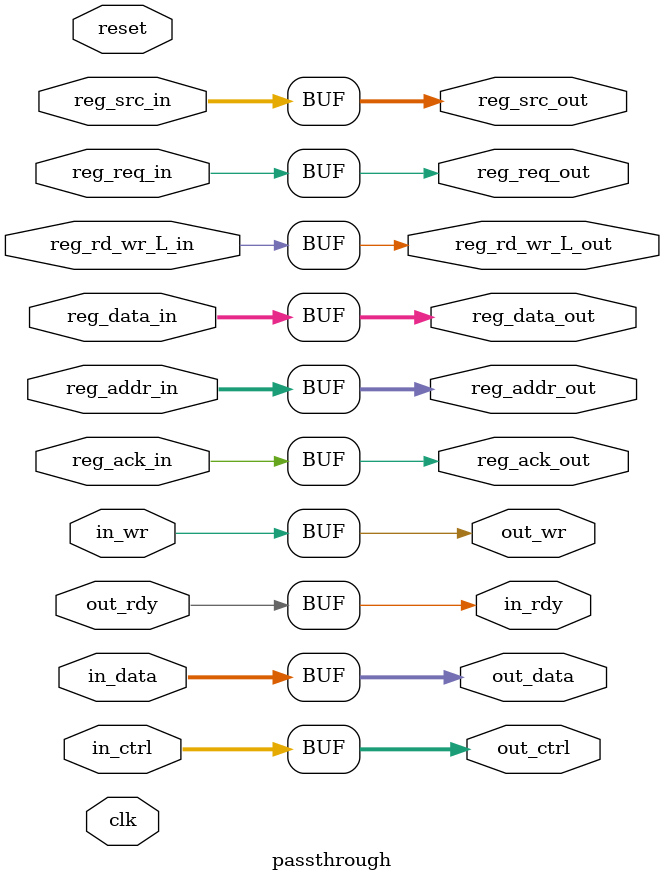
<source format=v>
`timescale 1ns/1ps

`define UDP_REG_ADDR_WIDTH 16
`define CPCI_NF2_DATA_WIDTH 16
`define IDS_BLOCK_TAG 1
`define IDS_REG_ADDR_WIDTH 16

module passthrough
   #(
      parameter DATA_WIDTH = 64,
      parameter CTRL_WIDTH = DATA_WIDTH/8,
      parameter UDP_REG_SRC_WIDTH = 2
   )
   (
      // Data Path Interface
      input  [DATA_WIDTH-1:0]             in_data,
      input  [CTRL_WIDTH-1:0]             in_ctrl,
      input                               in_wr,
      output                              in_rdy,

      output [DATA_WIDTH-1:0]             out_data,
      output [CTRL_WIDTH-1:0]             out_ctrl,
      output                              out_wr,
      input                               out_rdy,
      
      // Register Interface
      input                               reg_req_in,
      input                               reg_ack_in,
      input                               reg_rd_wr_L_in,
      input  [`UDP_REG_ADDR_WIDTH-1:0]    reg_addr_in,
      input  [`CPCI_NF2_DATA_WIDTH-1:0]   reg_data_in,
      input  [UDP_REG_SRC_WIDTH-1:0]      reg_src_in,

      output                              reg_req_out,
      output                              reg_ack_out,
      output                              reg_rd_wr_L_out,
      output  [`UDP_REG_ADDR_WIDTH-1:0]   reg_addr_out,
      output  [`CPCI_NF2_DATA_WIDTH-1:0]  reg_data_out,
      output  [UDP_REG_SRC_WIDTH-1:0]     reg_src_out,

      // Misc
      input                                clk,
      input                                reset
   );

   assign out_data = in_data;
   assign out_ctrl = in_ctrl;
   assign out_wr = in_wr;
   assign out_rdy = in_rdy;

   assign reg_req_out = reg_req_in;
   assign reg_ack_out = reg_ack_in;
   assign reg_rd_wr_L_out = reg_rd_wr_L_in;
   assign reg_addr_out = reg_addr_in;
   assign reg_data_out = reg_data_in;
   assign reg_src_out = reg_src_in;

   Pipeline pipeline
   (
        .ALU_OP             (), 
        .clk                (clk), 
        .ONE                (), 
        .rst                (reset), 
        .Dout_M             (), 
        .Dout_WB            (), 
        .PC                 (), 
        .PC_next            (), 
        .Reg1_ID            (), 
        .Reg2_ID            (), 
        .R1_out_EX          (), 
        .R1_out_ID          (), 
        .R1_out_M           (),   
        .R2_out_EX          (), 
        .R2_out_ID          (), 
        .R2_out_M           (), 
        .WMemEn_EX          (), 
        .WMemEn_ID          (), 
        .WMemEn_M           (), 
        .WRegEn_EX          (), 
        .WRegEn_ID          (), 
        .WRegEn_M           (), 
        .WRegEn_WB          (), 
        .WReg1_EX           (), 
        .WReg1_ID           (), 
        .WReg1_M            (), 
        .WReg1_WB           ()
   );

endmodule
</source>
